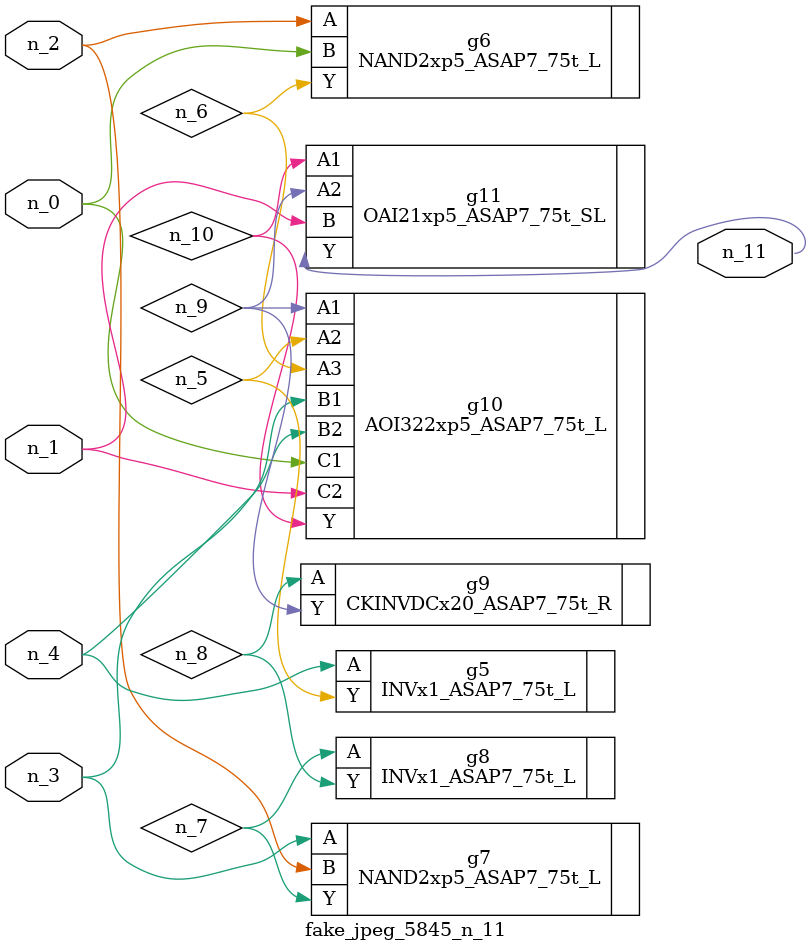
<source format=v>
module fake_jpeg_5845_n_11 (n_3, n_2, n_1, n_0, n_4, n_11);

input n_3;
input n_2;
input n_1;
input n_0;
input n_4;

output n_11;

wire n_10;
wire n_8;
wire n_9;
wire n_6;
wire n_5;
wire n_7;

INVx1_ASAP7_75t_L g5 ( 
.A(n_4),
.Y(n_5)
);

NAND2xp5_ASAP7_75t_L g6 ( 
.A(n_2),
.B(n_0),
.Y(n_6)
);

NAND2xp5_ASAP7_75t_L g7 ( 
.A(n_3),
.B(n_2),
.Y(n_7)
);

INVx1_ASAP7_75t_L g8 ( 
.A(n_7),
.Y(n_8)
);

CKINVDCx20_ASAP7_75t_R g9 ( 
.A(n_8),
.Y(n_9)
);

AOI322xp5_ASAP7_75t_L g10 ( 
.A1(n_9),
.A2(n_5),
.A3(n_6),
.B1(n_3),
.B2(n_4),
.C1(n_0),
.C2(n_1),
.Y(n_10)
);

OAI21xp5_ASAP7_75t_SL g11 ( 
.A1(n_10),
.A2(n_9),
.B(n_1),
.Y(n_11)
);


endmodule
</source>
